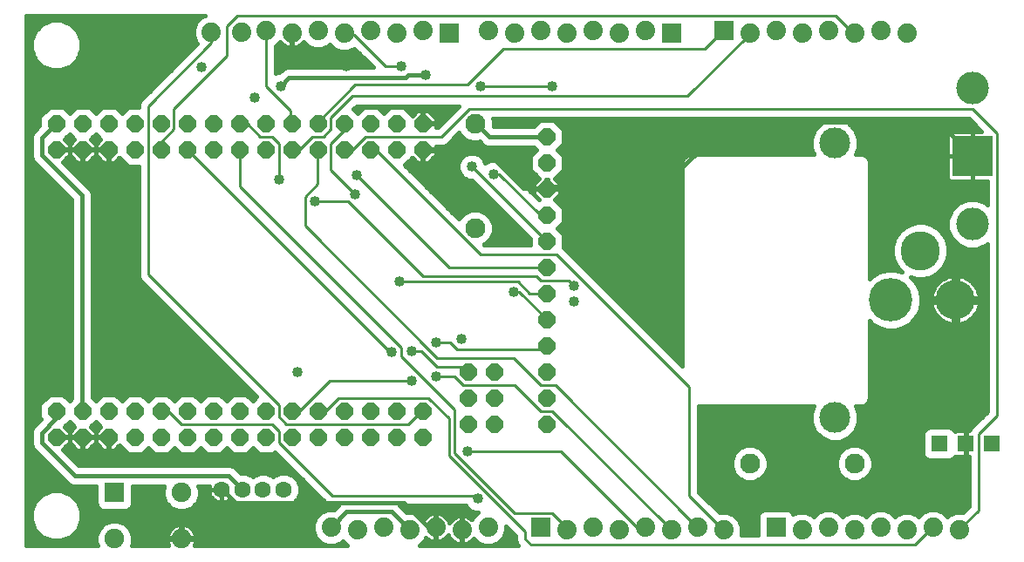
<source format=gbl>
G75*
%MOIN*%
%OFA0B0*%
%FSLAX25Y25*%
%IPPOS*%
%LPD*%
%AMOC8*
5,1,8,0,0,1.08239X$1,22.5*
%
%ADD10R,0.07400X0.07400*%
%ADD11C,0.07400*%
%ADD12OC8,0.06400*%
%ADD13C,0.11811*%
%ADD14C,0.06299*%
%ADD15R,0.15600X0.15600*%
%ADD16C,0.12500*%
%ADD17R,0.07500X0.07500*%
%ADD18C,0.07500*%
%ADD19C,0.16598*%
%ADD20C,0.15024*%
%ADD21R,0.06337X0.06337*%
%ADD22C,0.07600*%
%ADD23C,0.01500*%
%ADD24C,0.04000*%
%ADD25C,0.01600*%
%ADD26C,0.01000*%
D10*
X0292595Y0032300D03*
X0382595Y0032300D03*
X0342595Y0221300D03*
X0362595Y0222300D03*
X0257595Y0221300D03*
D11*
X0247595Y0222300D03*
X0237595Y0221300D03*
X0227595Y0222300D03*
X0217595Y0221300D03*
X0207595Y0222300D03*
X0197595Y0221300D03*
X0187595Y0222300D03*
X0178295Y0221800D03*
X0166895Y0221800D03*
X0272595Y0222300D03*
X0282595Y0221300D03*
X0292595Y0222300D03*
X0302595Y0221300D03*
X0312595Y0222300D03*
X0322595Y0221300D03*
X0332595Y0222300D03*
X0372595Y0221300D03*
X0382595Y0222300D03*
X0392595Y0221300D03*
X0402595Y0222300D03*
X0412595Y0221300D03*
X0422595Y0222300D03*
X0432595Y0221300D03*
X0422595Y0032300D03*
X0412595Y0031300D03*
X0402595Y0032300D03*
X0392595Y0031300D03*
X0362595Y0031300D03*
X0352595Y0032300D03*
X0342595Y0031300D03*
X0332595Y0032300D03*
X0322595Y0031300D03*
X0312595Y0032300D03*
X0302595Y0031300D03*
X0272595Y0032300D03*
X0262595Y0031300D03*
X0252595Y0032300D03*
X0242595Y0031300D03*
X0232595Y0032300D03*
X0222595Y0031300D03*
X0212595Y0032300D03*
X0432595Y0031300D03*
X0442595Y0032300D03*
X0452595Y0031300D03*
D12*
X0295095Y0071800D03*
X0295095Y0081800D03*
X0295095Y0091800D03*
X0295095Y0101800D03*
X0295095Y0111800D03*
X0295095Y0121800D03*
X0295095Y0131800D03*
X0295095Y0141800D03*
X0295095Y0151800D03*
X0295095Y0161800D03*
X0295095Y0171800D03*
X0295095Y0181800D03*
X0247595Y0176800D03*
X0237595Y0176800D03*
X0227595Y0176800D03*
X0217595Y0176800D03*
X0207595Y0176800D03*
X0197595Y0176800D03*
X0187595Y0176800D03*
X0177595Y0176800D03*
X0167595Y0176800D03*
X0157595Y0176800D03*
X0147595Y0176800D03*
X0137595Y0176800D03*
X0127595Y0176800D03*
X0117595Y0176800D03*
X0107595Y0176800D03*
X0107595Y0186800D03*
X0117595Y0186800D03*
X0127595Y0186800D03*
X0137595Y0186800D03*
X0147595Y0186800D03*
X0157595Y0186800D03*
X0167595Y0186800D03*
X0177595Y0186800D03*
X0187595Y0186800D03*
X0197595Y0186800D03*
X0207595Y0186800D03*
X0217595Y0186800D03*
X0227595Y0186800D03*
X0237595Y0186800D03*
X0247595Y0186800D03*
X0265095Y0091800D03*
X0275095Y0091800D03*
X0275095Y0081800D03*
X0265095Y0081800D03*
X0265095Y0071800D03*
X0275095Y0071800D03*
X0247595Y0066800D03*
X0237595Y0066800D03*
X0227595Y0066800D03*
X0217595Y0066800D03*
X0207595Y0066800D03*
X0197595Y0066800D03*
X0187595Y0066800D03*
X0177595Y0066800D03*
X0167595Y0066800D03*
X0157595Y0066800D03*
X0147595Y0066800D03*
X0137595Y0066800D03*
X0127595Y0066800D03*
X0117595Y0066800D03*
X0107595Y0066800D03*
X0107595Y0076800D03*
X0117595Y0076800D03*
X0127595Y0076800D03*
X0137595Y0076800D03*
X0147595Y0076800D03*
X0157595Y0076800D03*
X0167595Y0076800D03*
X0177595Y0076800D03*
X0187595Y0076800D03*
X0197595Y0076800D03*
X0207595Y0076800D03*
X0217595Y0076800D03*
X0227595Y0076800D03*
X0237595Y0076800D03*
X0247595Y0076800D03*
D13*
X0405095Y0074300D03*
X0405095Y0179300D03*
D14*
X0194406Y0046800D03*
X0186532Y0046800D03*
X0178658Y0046800D03*
X0170784Y0046800D03*
D15*
X0457595Y0174300D03*
D16*
X0457595Y0200300D03*
X0457595Y0148300D03*
D17*
X0129800Y0045658D03*
D18*
X0129800Y0027942D03*
X0155390Y0027942D03*
X0155390Y0045658D03*
D19*
X0426552Y0119300D03*
D20*
X0451158Y0119300D03*
X0437772Y0138198D03*
D21*
X0445095Y0064300D03*
X0455095Y0064300D03*
X0465095Y0064300D03*
D22*
X0412595Y0056800D03*
X0372595Y0056800D03*
X0267595Y0146800D03*
X0267595Y0186800D03*
D23*
X0268045Y0186800D01*
X0272995Y0181850D01*
X0294995Y0181850D01*
X0295095Y0181800D01*
X0286195Y0162050D02*
X0271895Y0176350D01*
X0247695Y0176350D01*
X0247595Y0176800D01*
X0286195Y0162050D02*
X0294995Y0162050D01*
X0295095Y0161800D01*
X0295545Y0162600D01*
X0339545Y0162600D01*
X0364295Y0187350D01*
X0444595Y0187350D01*
X0457245Y0174700D01*
X0457595Y0174300D01*
X0248795Y0205500D02*
X0242195Y0205500D01*
X0241095Y0204400D01*
X0196545Y0204400D01*
X0193245Y0201100D01*
X0117345Y0159300D02*
X0101945Y0174700D01*
X0101945Y0181300D01*
X0107445Y0186800D01*
X0107595Y0186800D01*
X0117345Y0159300D02*
X0117345Y0076800D01*
X0117595Y0076800D01*
X0107595Y0076800D02*
X0107445Y0076800D01*
X0107445Y0074050D01*
X0101945Y0068550D01*
X0101945Y0064700D01*
X0114595Y0052050D01*
X0173445Y0052050D01*
X0178395Y0047100D01*
X0178658Y0046800D01*
X0176195Y0041600D02*
X0171245Y0046550D01*
X0170784Y0046800D01*
X0176195Y0041600D02*
X0240545Y0041600D01*
X0249345Y0032800D01*
X0252095Y0032800D01*
X0252595Y0032300D01*
X0242595Y0031300D02*
X0235595Y0038300D01*
X0218545Y0038300D01*
X0213045Y0032800D01*
X0212595Y0032300D01*
D24*
X0268595Y0043250D03*
X0264745Y0061400D03*
X0252645Y0090000D03*
X0243295Y0088350D03*
X0243295Y0099900D03*
X0235595Y0099350D03*
X0252645Y0103200D03*
X0262545Y0104300D03*
X0282345Y0122450D03*
X0305445Y0124650D03*
X0305445Y0118600D03*
X0238895Y0126300D03*
X0206445Y0157100D03*
X0221845Y0159850D03*
X0222395Y0167000D03*
X0192695Y0165350D03*
X0183345Y0196700D03*
X0193245Y0201100D03*
X0218545Y0208800D03*
X0239445Y0208800D03*
X0248795Y0205500D03*
X0269695Y0201100D03*
X0297195Y0201100D03*
X0274645Y0167550D03*
X0266395Y0170300D03*
X0162995Y0208250D03*
X0199845Y0091650D03*
D25*
X0096195Y0025400D02*
X0096195Y0228200D01*
X0164316Y0228200D01*
X0162987Y0227650D01*
X0161046Y0225709D01*
X0159995Y0223172D01*
X0159995Y0220427D01*
X0161046Y0217891D01*
X0161475Y0217462D01*
X0140549Y0196537D01*
X0139508Y0195496D01*
X0138945Y0194136D01*
X0138945Y0193200D01*
X0134944Y0193200D01*
X0132595Y0190851D01*
X0130246Y0193200D01*
X0124944Y0193200D01*
X0122595Y0190851D01*
X0120246Y0193200D01*
X0114944Y0193200D01*
X0112595Y0190851D01*
X0110246Y0193200D01*
X0104944Y0193200D01*
X0101195Y0189451D01*
X0101195Y0186136D01*
X0098596Y0183537D01*
X0097995Y0182086D01*
X0097995Y0173914D01*
X0098596Y0172463D01*
X0099708Y0171351D01*
X0113395Y0157664D01*
X0113395Y0081651D01*
X0112595Y0080851D01*
X0110246Y0083200D01*
X0104944Y0083200D01*
X0101195Y0079451D01*
X0101195Y0074149D01*
X0101577Y0073768D01*
X0099708Y0071899D01*
X0098596Y0070787D01*
X0097995Y0069336D01*
X0097995Y0063914D01*
X0098596Y0062462D01*
X0111246Y0049812D01*
X0112358Y0048701D01*
X0113809Y0048100D01*
X0122850Y0048100D01*
X0122850Y0041272D01*
X0123337Y0040096D01*
X0124237Y0039195D01*
X0125413Y0038708D01*
X0134186Y0038708D01*
X0135363Y0039195D01*
X0136263Y0040096D01*
X0136750Y0041272D01*
X0136750Y0048100D01*
X0148879Y0048100D01*
X0148440Y0047041D01*
X0148440Y0044276D01*
X0149498Y0041721D01*
X0151454Y0039766D01*
X0154008Y0038708D01*
X0156773Y0038708D01*
X0159327Y0039766D01*
X0161282Y0041721D01*
X0162340Y0044276D01*
X0162340Y0047041D01*
X0161902Y0048100D01*
X0166002Y0048100D01*
X0165956Y0047959D01*
X0165835Y0047190D01*
X0165835Y0046800D01*
X0165835Y0046410D01*
X0165956Y0045641D01*
X0166197Y0044900D01*
X0166551Y0044206D01*
X0167009Y0043576D01*
X0167560Y0043025D01*
X0168190Y0042567D01*
X0168884Y0042213D01*
X0169625Y0041972D01*
X0170395Y0041850D01*
X0170784Y0041850D01*
X0170784Y0046800D01*
X0170784Y0046800D01*
X0165835Y0046800D01*
X0170784Y0046800D01*
X0170784Y0046800D01*
X0170784Y0041850D01*
X0171174Y0041850D01*
X0171943Y0041972D01*
X0172684Y0042213D01*
X0173378Y0042567D01*
X0173687Y0042791D01*
X0175061Y0041417D01*
X0177395Y0040450D01*
X0179921Y0040450D01*
X0182255Y0041417D01*
X0182595Y0041757D01*
X0182935Y0041417D01*
X0185269Y0040450D01*
X0187795Y0040450D01*
X0190129Y0041417D01*
X0190469Y0041757D01*
X0190809Y0041417D01*
X0193143Y0040450D01*
X0195669Y0040450D01*
X0198003Y0041417D01*
X0199789Y0043203D01*
X0200756Y0045537D01*
X0200756Y0048063D01*
X0199789Y0050397D01*
X0198003Y0052183D01*
X0195669Y0053150D01*
X0193143Y0053150D01*
X0190809Y0052183D01*
X0190469Y0051843D01*
X0190129Y0052183D01*
X0187795Y0053150D01*
X0185269Y0053150D01*
X0182935Y0052183D01*
X0182595Y0051843D01*
X0182255Y0052183D01*
X0179921Y0053150D01*
X0177932Y0053150D01*
X0175683Y0055399D01*
X0174231Y0056000D01*
X0116231Y0056000D01*
X0110049Y0062183D01*
X0112595Y0064729D01*
X0112595Y0066600D01*
X0107795Y0066600D01*
X0107795Y0067000D01*
X0112595Y0067000D01*
X0112595Y0068871D01*
X0110656Y0070810D01*
X0112595Y0072749D01*
X0114534Y0070810D01*
X0112595Y0068871D01*
X0112595Y0067000D01*
X0117395Y0067000D01*
X0117395Y0066600D01*
X0112595Y0066600D01*
X0112595Y0064729D01*
X0115524Y0061800D01*
X0117395Y0061800D01*
X0117395Y0066600D01*
X0117795Y0066600D01*
X0117795Y0061800D01*
X0119666Y0061800D01*
X0122595Y0064729D01*
X0122595Y0066600D01*
X0117795Y0066600D01*
X0117795Y0067000D01*
X0122595Y0067000D01*
X0122595Y0068871D01*
X0120656Y0070810D01*
X0122595Y0072749D01*
X0124534Y0070810D01*
X0122595Y0068871D01*
X0122595Y0067000D01*
X0127395Y0067000D01*
X0127395Y0066600D01*
X0122595Y0066600D01*
X0122595Y0064729D01*
X0125524Y0061800D01*
X0127395Y0061800D01*
X0127395Y0066600D01*
X0127795Y0066600D01*
X0127795Y0061800D01*
X0129666Y0061800D01*
X0131605Y0063739D01*
X0134944Y0060400D01*
X0140246Y0060400D01*
X0142595Y0062749D01*
X0144944Y0060400D01*
X0150246Y0060400D01*
X0152595Y0062749D01*
X0154944Y0060400D01*
X0160246Y0060400D01*
X0162595Y0062749D01*
X0164944Y0060400D01*
X0170246Y0060400D01*
X0172595Y0062749D01*
X0174944Y0060400D01*
X0180246Y0060400D01*
X0182595Y0062749D01*
X0184944Y0060400D01*
X0190246Y0060400D01*
X0191004Y0061158D01*
X0210949Y0041213D01*
X0212309Y0040650D01*
X0215309Y0040650D01*
X0213859Y0039200D01*
X0211223Y0039200D01*
X0208687Y0038150D01*
X0206746Y0036209D01*
X0205695Y0033672D01*
X0205695Y0030927D01*
X0206746Y0028391D01*
X0208687Y0026450D01*
X0211223Y0025400D01*
X0213968Y0025400D01*
X0216504Y0026450D01*
X0217095Y0027042D01*
X0218687Y0025450D01*
X0218808Y0025400D01*
X0160324Y0025400D01*
X0160534Y0025811D01*
X0160804Y0026642D01*
X0160940Y0027505D01*
X0160940Y0027617D01*
X0155715Y0027617D01*
X0155715Y0028267D01*
X0155065Y0028267D01*
X0155065Y0027617D01*
X0149840Y0027617D01*
X0149840Y0027505D01*
X0149977Y0026642D01*
X0150247Y0025811D01*
X0150457Y0025400D01*
X0136270Y0025400D01*
X0136750Y0026559D01*
X0136750Y0029324D01*
X0135692Y0031879D01*
X0133737Y0033834D01*
X0131182Y0034892D01*
X0128417Y0034892D01*
X0125863Y0033834D01*
X0123908Y0031879D01*
X0122850Y0029324D01*
X0122850Y0026559D01*
X0123330Y0025400D01*
X0096195Y0025400D01*
X0096195Y0026596D02*
X0122850Y0026596D01*
X0122850Y0028194D02*
X0111641Y0028194D01*
X0112976Y0028747D02*
X0109485Y0027301D01*
X0105706Y0027301D01*
X0102214Y0028747D01*
X0099542Y0031419D01*
X0098096Y0034910D01*
X0098096Y0038690D01*
X0099542Y0042181D01*
X0102214Y0044853D01*
X0105706Y0046299D01*
X0109485Y0046299D01*
X0112976Y0044853D01*
X0115648Y0042181D01*
X0117094Y0038690D01*
X0117094Y0034910D01*
X0115648Y0031419D01*
X0112976Y0028747D01*
X0114022Y0029793D02*
X0123044Y0029793D01*
X0123706Y0031391D02*
X0115620Y0031391D01*
X0116299Y0032990D02*
X0125019Y0032990D01*
X0127684Y0034588D02*
X0116961Y0034588D01*
X0117094Y0036187D02*
X0206737Y0036187D01*
X0206074Y0034588D02*
X0131915Y0034588D01*
X0134581Y0032990D02*
X0153072Y0032990D01*
X0153260Y0033085D02*
X0152482Y0032689D01*
X0151775Y0032175D01*
X0151157Y0031557D01*
X0150644Y0030851D01*
X0150247Y0030072D01*
X0149977Y0029241D01*
X0149840Y0028379D01*
X0149840Y0028267D01*
X0155065Y0028267D01*
X0155065Y0033492D01*
X0154954Y0033492D01*
X0154091Y0033355D01*
X0153260Y0033085D01*
X0155065Y0032990D02*
X0155715Y0032990D01*
X0155715Y0033492D02*
X0155715Y0028267D01*
X0160940Y0028267D01*
X0160940Y0028379D01*
X0160804Y0029241D01*
X0160534Y0030072D01*
X0160137Y0030851D01*
X0159624Y0031557D01*
X0159006Y0032175D01*
X0158299Y0032689D01*
X0157521Y0033085D01*
X0156690Y0033355D01*
X0155827Y0033492D01*
X0155715Y0033492D01*
X0157708Y0032990D02*
X0205695Y0032990D01*
X0205695Y0031391D02*
X0159745Y0031391D01*
X0160625Y0029793D02*
X0206165Y0029793D01*
X0206943Y0028194D02*
X0155715Y0028194D01*
X0155065Y0028194D02*
X0136750Y0028194D01*
X0136750Y0026596D02*
X0149992Y0026596D01*
X0150156Y0029793D02*
X0136556Y0029793D01*
X0135894Y0031391D02*
X0151036Y0031391D01*
X0155065Y0031391D02*
X0155715Y0031391D01*
X0155715Y0029793D02*
X0155065Y0029793D01*
X0160789Y0026596D02*
X0208542Y0026596D01*
X0216649Y0026596D02*
X0217542Y0026596D01*
X0214043Y0039384D02*
X0158403Y0039384D01*
X0160543Y0040982D02*
X0176111Y0040982D01*
X0173898Y0042581D02*
X0173397Y0042581D01*
X0170784Y0042581D02*
X0170784Y0042581D01*
X0170784Y0044179D02*
X0170784Y0044179D01*
X0170784Y0045778D02*
X0170784Y0045778D01*
X0166570Y0044179D02*
X0162300Y0044179D01*
X0162340Y0045778D02*
X0165935Y0045778D01*
X0165864Y0047376D02*
X0162201Y0047376D01*
X0161638Y0042581D02*
X0168171Y0042581D01*
X0181205Y0040982D02*
X0183985Y0040982D01*
X0189079Y0040982D02*
X0191859Y0040982D01*
X0196953Y0040982D02*
X0211507Y0040982D01*
X0209582Y0042581D02*
X0199166Y0042581D01*
X0200193Y0044179D02*
X0207983Y0044179D01*
X0206385Y0045778D02*
X0200756Y0045778D01*
X0200756Y0047376D02*
X0204786Y0047376D01*
X0203188Y0048975D02*
X0200378Y0048975D01*
X0199613Y0050573D02*
X0201589Y0050573D01*
X0199991Y0052172D02*
X0198014Y0052172D01*
X0198392Y0053770D02*
X0177311Y0053770D01*
X0175713Y0055369D02*
X0196794Y0055369D01*
X0195195Y0056967D02*
X0115264Y0056967D01*
X0113666Y0058566D02*
X0193597Y0058566D01*
X0191998Y0060164D02*
X0112067Y0060164D01*
X0110468Y0061763D02*
X0133581Y0061763D01*
X0131983Y0063361D02*
X0131227Y0063361D01*
X0127795Y0063361D02*
X0127395Y0063361D01*
X0127395Y0064960D02*
X0127795Y0064960D01*
X0127795Y0066558D02*
X0127395Y0066558D01*
X0123963Y0063361D02*
X0121227Y0063361D01*
X0122595Y0064960D02*
X0122595Y0064960D01*
X0122595Y0066558D02*
X0122595Y0066558D01*
X0122595Y0068157D02*
X0122595Y0068157D01*
X0121711Y0069755D02*
X0123479Y0069755D01*
X0123990Y0071354D02*
X0121200Y0071354D01*
X0113990Y0071354D02*
X0111200Y0071354D01*
X0111711Y0069755D02*
X0113479Y0069755D01*
X0112595Y0068157D02*
X0112595Y0068157D01*
X0112595Y0066558D02*
X0112595Y0066558D01*
X0112595Y0064960D02*
X0112595Y0064960D01*
X0111227Y0063361D02*
X0113963Y0063361D01*
X0117395Y0063361D02*
X0117795Y0063361D01*
X0117795Y0064960D02*
X0117395Y0064960D01*
X0117395Y0066558D02*
X0117795Y0066558D01*
X0105690Y0055369D02*
X0096195Y0055369D01*
X0096195Y0056967D02*
X0104092Y0056967D01*
X0102493Y0058566D02*
X0096195Y0058566D01*
X0096195Y0060164D02*
X0100895Y0060164D01*
X0099296Y0061763D02*
X0096195Y0061763D01*
X0096195Y0063361D02*
X0098224Y0063361D01*
X0097995Y0064960D02*
X0096195Y0064960D01*
X0096195Y0066558D02*
X0097995Y0066558D01*
X0097995Y0068157D02*
X0096195Y0068157D01*
X0096195Y0069755D02*
X0098169Y0069755D01*
X0099163Y0071354D02*
X0096195Y0071354D01*
X0096195Y0072952D02*
X0100761Y0072952D01*
X0101195Y0074551D02*
X0096195Y0074551D01*
X0096195Y0076149D02*
X0101195Y0076149D01*
X0101195Y0077748D02*
X0096195Y0077748D01*
X0096195Y0079346D02*
X0101195Y0079346D01*
X0102689Y0080945D02*
X0096195Y0080945D01*
X0096195Y0082543D02*
X0104288Y0082543D01*
X0110903Y0082543D02*
X0113395Y0082543D01*
X0113395Y0084142D02*
X0096195Y0084142D01*
X0096195Y0085740D02*
X0113395Y0085740D01*
X0113395Y0087339D02*
X0096195Y0087339D01*
X0096195Y0088937D02*
X0113395Y0088937D01*
X0113395Y0090536D02*
X0096195Y0090536D01*
X0096195Y0092134D02*
X0113395Y0092134D01*
X0113395Y0093733D02*
X0096195Y0093733D01*
X0096195Y0095332D02*
X0113395Y0095332D01*
X0113395Y0096930D02*
X0096195Y0096930D01*
X0096195Y0098529D02*
X0113395Y0098529D01*
X0113395Y0100127D02*
X0096195Y0100127D01*
X0096195Y0101726D02*
X0113395Y0101726D01*
X0113395Y0103324D02*
X0096195Y0103324D01*
X0096195Y0104923D02*
X0113395Y0104923D01*
X0113395Y0106521D02*
X0096195Y0106521D01*
X0096195Y0108120D02*
X0113395Y0108120D01*
X0113395Y0109718D02*
X0096195Y0109718D01*
X0096195Y0111317D02*
X0113395Y0111317D01*
X0113395Y0112915D02*
X0096195Y0112915D01*
X0096195Y0114514D02*
X0113395Y0114514D01*
X0113395Y0116112D02*
X0096195Y0116112D01*
X0096195Y0117711D02*
X0113395Y0117711D01*
X0113395Y0119309D02*
X0096195Y0119309D01*
X0096195Y0120908D02*
X0113395Y0120908D01*
X0113395Y0122506D02*
X0096195Y0122506D01*
X0096195Y0124105D02*
X0113395Y0124105D01*
X0113395Y0125703D02*
X0096195Y0125703D01*
X0096195Y0127302D02*
X0113395Y0127302D01*
X0113395Y0128900D02*
X0096195Y0128900D01*
X0096195Y0130499D02*
X0113395Y0130499D01*
X0113395Y0132097D02*
X0096195Y0132097D01*
X0096195Y0133696D02*
X0113395Y0133696D01*
X0113395Y0135294D02*
X0096195Y0135294D01*
X0096195Y0136893D02*
X0113395Y0136893D01*
X0113395Y0138491D02*
X0096195Y0138491D01*
X0096195Y0140090D02*
X0113395Y0140090D01*
X0113395Y0141688D02*
X0096195Y0141688D01*
X0096195Y0143287D02*
X0113395Y0143287D01*
X0113395Y0144885D02*
X0096195Y0144885D01*
X0096195Y0146484D02*
X0113395Y0146484D01*
X0113395Y0148082D02*
X0096195Y0148082D01*
X0096195Y0149681D02*
X0113395Y0149681D01*
X0113395Y0151279D02*
X0096195Y0151279D01*
X0096195Y0152878D02*
X0113395Y0152878D01*
X0113395Y0154476D02*
X0096195Y0154476D01*
X0096195Y0156075D02*
X0113395Y0156075D01*
X0113386Y0157673D02*
X0096195Y0157673D01*
X0096195Y0159272D02*
X0111787Y0159272D01*
X0110189Y0160870D02*
X0096195Y0160870D01*
X0096195Y0162469D02*
X0108590Y0162469D01*
X0106991Y0164068D02*
X0096195Y0164068D01*
X0096195Y0165666D02*
X0105393Y0165666D01*
X0103794Y0167265D02*
X0096195Y0167265D01*
X0096195Y0168863D02*
X0102196Y0168863D01*
X0100597Y0170462D02*
X0096195Y0170462D01*
X0096195Y0172060D02*
X0098999Y0172060D01*
X0099708Y0171351D02*
X0099708Y0171351D01*
X0098101Y0173659D02*
X0096195Y0173659D01*
X0096195Y0175257D02*
X0097995Y0175257D01*
X0097995Y0176856D02*
X0096195Y0176856D01*
X0096195Y0178454D02*
X0097995Y0178454D01*
X0097995Y0180053D02*
X0096195Y0180053D01*
X0096195Y0181651D02*
X0097995Y0181651D01*
X0098477Y0183250D02*
X0096195Y0183250D01*
X0096195Y0184848D02*
X0099907Y0184848D01*
X0101195Y0186447D02*
X0096195Y0186447D01*
X0096195Y0188045D02*
X0101195Y0188045D01*
X0101388Y0189644D02*
X0096195Y0189644D01*
X0096195Y0191242D02*
X0102986Y0191242D01*
X0104585Y0192841D02*
X0096195Y0192841D01*
X0096195Y0194439D02*
X0139071Y0194439D01*
X0140050Y0196038D02*
X0096195Y0196038D01*
X0096195Y0197636D02*
X0141649Y0197636D01*
X0140549Y0196537D02*
X0140549Y0196537D01*
X0143247Y0199235D02*
X0096195Y0199235D01*
X0096195Y0200833D02*
X0144846Y0200833D01*
X0146444Y0202432D02*
X0096195Y0202432D01*
X0096195Y0204030D02*
X0148043Y0204030D01*
X0149641Y0205629D02*
X0096195Y0205629D01*
X0096195Y0207227D02*
X0151240Y0207227D01*
X0152838Y0208826D02*
X0113055Y0208826D01*
X0112976Y0208747D02*
X0115648Y0211419D01*
X0117094Y0214910D01*
X0117094Y0218690D01*
X0115648Y0222181D01*
X0112976Y0224853D01*
X0109485Y0226299D01*
X0105706Y0226299D01*
X0102214Y0224853D01*
X0099542Y0222181D01*
X0098096Y0218690D01*
X0098096Y0214910D01*
X0099542Y0211419D01*
X0102214Y0208747D01*
X0105706Y0207301D01*
X0109485Y0207301D01*
X0112976Y0208747D01*
X0114653Y0210424D02*
X0154437Y0210424D01*
X0156035Y0212023D02*
X0115898Y0212023D01*
X0116560Y0213621D02*
X0157634Y0213621D01*
X0159232Y0215220D02*
X0117094Y0215220D01*
X0117094Y0216818D02*
X0160831Y0216818D01*
X0160828Y0218417D02*
X0117094Y0218417D01*
X0116545Y0220015D02*
X0160166Y0220015D01*
X0159995Y0221614D02*
X0115883Y0221614D01*
X0114617Y0223212D02*
X0160012Y0223212D01*
X0160674Y0224811D02*
X0113018Y0224811D01*
X0102172Y0224811D02*
X0096195Y0224811D01*
X0096195Y0226409D02*
X0161747Y0226409D01*
X0163852Y0228008D02*
X0096195Y0228008D01*
X0096195Y0223212D02*
X0100574Y0223212D01*
X0099307Y0221614D02*
X0096195Y0221614D01*
X0096195Y0220015D02*
X0098645Y0220015D01*
X0098096Y0218417D02*
X0096195Y0218417D01*
X0096195Y0216818D02*
X0098096Y0216818D01*
X0098096Y0215220D02*
X0096195Y0215220D01*
X0096195Y0213621D02*
X0098630Y0213621D01*
X0099292Y0212023D02*
X0096195Y0212023D01*
X0096195Y0210424D02*
X0100537Y0210424D01*
X0102135Y0208826D02*
X0096195Y0208826D01*
X0110605Y0192841D02*
X0114585Y0192841D01*
X0112986Y0191242D02*
X0112204Y0191242D01*
X0112595Y0182749D02*
X0114534Y0180810D01*
X0112595Y0178871D01*
X0110656Y0180810D01*
X0112595Y0182749D01*
X0111497Y0181651D02*
X0113693Y0181651D01*
X0113777Y0180053D02*
X0111414Y0180053D01*
X0112595Y0178871D02*
X0112595Y0177000D01*
X0107795Y0177000D01*
X0107795Y0176600D01*
X0112595Y0176600D01*
X0112595Y0174729D01*
X0110049Y0172183D01*
X0120694Y0161537D01*
X0121295Y0160086D01*
X0121295Y0082151D01*
X0122595Y0080851D01*
X0124944Y0083200D01*
X0130246Y0083200D01*
X0132595Y0080851D01*
X0134944Y0083200D01*
X0140246Y0083200D01*
X0142595Y0080851D01*
X0144944Y0083200D01*
X0150246Y0083200D01*
X0152595Y0080851D01*
X0154944Y0083200D01*
X0160246Y0083200D01*
X0162595Y0080851D01*
X0164944Y0083200D01*
X0170246Y0083200D01*
X0172595Y0080851D01*
X0174944Y0083200D01*
X0180246Y0083200D01*
X0182595Y0080851D01*
X0184103Y0082359D01*
X0139508Y0126954D01*
X0138945Y0128314D01*
X0138945Y0170400D01*
X0134944Y0170400D01*
X0131605Y0173739D01*
X0129666Y0171800D01*
X0127795Y0171800D01*
X0127795Y0176600D01*
X0127395Y0176600D01*
X0122595Y0176600D01*
X0117795Y0176600D01*
X0117795Y0171800D01*
X0119666Y0171800D01*
X0122595Y0174729D01*
X0122595Y0176600D01*
X0122595Y0174729D01*
X0125524Y0171800D01*
X0127395Y0171800D01*
X0127395Y0176600D01*
X0127395Y0177000D01*
X0122595Y0177000D01*
X0122595Y0178871D01*
X0120656Y0180810D01*
X0122595Y0182749D01*
X0124534Y0180810D01*
X0122595Y0178871D01*
X0122595Y0177000D01*
X0117795Y0177000D01*
X0117795Y0176600D01*
X0117395Y0176600D01*
X0112595Y0176600D01*
X0112595Y0174729D01*
X0115524Y0171800D01*
X0117395Y0171800D01*
X0117395Y0176600D01*
X0117395Y0177000D01*
X0112595Y0177000D01*
X0112595Y0178871D01*
X0112595Y0178454D02*
X0112595Y0178454D01*
X0112595Y0175257D02*
X0112595Y0175257D01*
X0111525Y0173659D02*
X0113666Y0173659D01*
X0115264Y0172060D02*
X0110171Y0172060D01*
X0111770Y0170462D02*
X0134883Y0170462D01*
X0133284Y0172060D02*
X0129926Y0172060D01*
X0127795Y0172060D02*
X0127395Y0172060D01*
X0127395Y0173659D02*
X0127795Y0173659D01*
X0127795Y0175257D02*
X0127395Y0175257D01*
X0127395Y0176856D02*
X0117795Y0176856D01*
X0117395Y0176856D02*
X0107795Y0176856D01*
X0117395Y0175257D02*
X0117795Y0175257D01*
X0117795Y0173659D02*
X0117395Y0173659D01*
X0117395Y0172060D02*
X0117795Y0172060D01*
X0119926Y0172060D02*
X0125264Y0172060D01*
X0123666Y0173659D02*
X0121525Y0173659D01*
X0122595Y0175257D02*
X0122595Y0175257D01*
X0122595Y0178454D02*
X0122595Y0178454D01*
X0121414Y0180053D02*
X0123777Y0180053D01*
X0123693Y0181651D02*
X0121497Y0181651D01*
X0131525Y0173659D02*
X0131686Y0173659D01*
X0138945Y0168863D02*
X0113368Y0168863D01*
X0114967Y0167265D02*
X0138945Y0167265D01*
X0138945Y0165666D02*
X0116565Y0165666D01*
X0118164Y0164068D02*
X0138945Y0164068D01*
X0138945Y0162469D02*
X0119762Y0162469D01*
X0120970Y0160870D02*
X0138945Y0160870D01*
X0138945Y0159272D02*
X0121295Y0159272D01*
X0121295Y0157673D02*
X0138945Y0157673D01*
X0138945Y0156075D02*
X0121295Y0156075D01*
X0121295Y0154476D02*
X0138945Y0154476D01*
X0138945Y0152878D02*
X0121295Y0152878D01*
X0121295Y0151279D02*
X0138945Y0151279D01*
X0138945Y0149681D02*
X0121295Y0149681D01*
X0121295Y0148082D02*
X0138945Y0148082D01*
X0138945Y0146484D02*
X0121295Y0146484D01*
X0121295Y0144885D02*
X0138945Y0144885D01*
X0138945Y0143287D02*
X0121295Y0143287D01*
X0121295Y0141688D02*
X0138945Y0141688D01*
X0138945Y0140090D02*
X0121295Y0140090D01*
X0121295Y0138491D02*
X0138945Y0138491D01*
X0138945Y0136893D02*
X0121295Y0136893D01*
X0121295Y0135294D02*
X0138945Y0135294D01*
X0138945Y0133696D02*
X0121295Y0133696D01*
X0121295Y0132097D02*
X0138945Y0132097D01*
X0138945Y0130499D02*
X0121295Y0130499D01*
X0121295Y0128900D02*
X0138945Y0128900D01*
X0139364Y0127302D02*
X0121295Y0127302D01*
X0121295Y0125703D02*
X0140759Y0125703D01*
X0142358Y0124105D02*
X0121295Y0124105D01*
X0121295Y0122506D02*
X0143956Y0122506D01*
X0145555Y0120908D02*
X0121295Y0120908D01*
X0121295Y0119309D02*
X0147153Y0119309D01*
X0148752Y0117711D02*
X0121295Y0117711D01*
X0121295Y0116112D02*
X0150350Y0116112D01*
X0151949Y0114514D02*
X0121295Y0114514D01*
X0121295Y0112915D02*
X0153547Y0112915D01*
X0155146Y0111317D02*
X0121295Y0111317D01*
X0121295Y0109718D02*
X0156744Y0109718D01*
X0158343Y0108120D02*
X0121295Y0108120D01*
X0121295Y0106521D02*
X0159941Y0106521D01*
X0161540Y0104923D02*
X0121295Y0104923D01*
X0121295Y0103324D02*
X0163138Y0103324D01*
X0164737Y0101726D02*
X0121295Y0101726D01*
X0121295Y0100127D02*
X0166335Y0100127D01*
X0167934Y0098529D02*
X0121295Y0098529D01*
X0121295Y0096930D02*
X0169533Y0096930D01*
X0171131Y0095332D02*
X0121295Y0095332D01*
X0121295Y0093733D02*
X0172730Y0093733D01*
X0174328Y0092134D02*
X0121295Y0092134D01*
X0121295Y0090536D02*
X0175927Y0090536D01*
X0177525Y0088937D02*
X0121295Y0088937D01*
X0121295Y0087339D02*
X0179124Y0087339D01*
X0180722Y0085740D02*
X0121295Y0085740D01*
X0121295Y0084142D02*
X0182321Y0084142D01*
X0180903Y0082543D02*
X0183919Y0082543D01*
X0182689Y0080945D02*
X0182501Y0080945D01*
X0174288Y0082543D02*
X0170903Y0082543D01*
X0172501Y0080945D02*
X0172689Y0080945D01*
X0164288Y0082543D02*
X0160903Y0082543D01*
X0162501Y0080945D02*
X0162689Y0080945D01*
X0154288Y0082543D02*
X0150903Y0082543D01*
X0152501Y0080945D02*
X0152689Y0080945D01*
X0144288Y0082543D02*
X0140903Y0082543D01*
X0142501Y0080945D02*
X0142689Y0080945D01*
X0134288Y0082543D02*
X0130903Y0082543D01*
X0132501Y0080945D02*
X0132689Y0080945D01*
X0124288Y0082543D02*
X0121295Y0082543D01*
X0122501Y0080945D02*
X0122689Y0080945D01*
X0112689Y0080945D02*
X0112501Y0080945D01*
X0141609Y0061763D02*
X0143581Y0061763D01*
X0151609Y0061763D02*
X0153581Y0061763D01*
X0161609Y0061763D02*
X0163581Y0061763D01*
X0171609Y0061763D02*
X0173581Y0061763D01*
X0181609Y0061763D02*
X0183581Y0061763D01*
X0182924Y0052172D02*
X0182266Y0052172D01*
X0190140Y0052172D02*
X0190798Y0052172D01*
X0208322Y0037785D02*
X0117094Y0037785D01*
X0116807Y0039384D02*
X0124049Y0039384D01*
X0122970Y0040982D02*
X0116145Y0040982D01*
X0115248Y0042581D02*
X0122850Y0042581D01*
X0122850Y0044179D02*
X0113650Y0044179D01*
X0110744Y0045778D02*
X0122850Y0045778D01*
X0122850Y0047376D02*
X0096195Y0047376D01*
X0096195Y0045778D02*
X0104447Y0045778D01*
X0101540Y0044179D02*
X0096195Y0044179D01*
X0096195Y0042581D02*
X0099942Y0042581D01*
X0099046Y0040982D02*
X0096195Y0040982D01*
X0096195Y0039384D02*
X0098383Y0039384D01*
X0098096Y0037785D02*
X0096195Y0037785D01*
X0096195Y0036187D02*
X0098096Y0036187D01*
X0098229Y0034588D02*
X0096195Y0034588D01*
X0096195Y0032990D02*
X0098892Y0032990D01*
X0099570Y0031391D02*
X0096195Y0031391D01*
X0096195Y0029793D02*
X0101169Y0029793D01*
X0103549Y0028194D02*
X0096195Y0028194D01*
X0096195Y0048975D02*
X0112084Y0048975D01*
X0110486Y0050573D02*
X0096195Y0050573D01*
X0096195Y0052172D02*
X0108887Y0052172D01*
X0107289Y0053770D02*
X0096195Y0053770D01*
X0136750Y0047376D02*
X0148579Y0047376D01*
X0148440Y0045778D02*
X0136750Y0045778D01*
X0136750Y0044179D02*
X0148480Y0044179D01*
X0149143Y0042581D02*
X0136750Y0042581D01*
X0136630Y0040982D02*
X0150238Y0040982D01*
X0152377Y0039384D02*
X0135551Y0039384D01*
X0238831Y0040650D02*
X0264044Y0040650D01*
X0264187Y0040304D01*
X0265650Y0038842D01*
X0267561Y0038050D01*
X0268587Y0038050D01*
X0266746Y0036209D01*
X0266370Y0035303D01*
X0266178Y0035495D01*
X0265478Y0036004D01*
X0264706Y0036397D01*
X0263883Y0036665D01*
X0263028Y0036800D01*
X0262795Y0036800D01*
X0262795Y0031500D01*
X0262395Y0031500D01*
X0262395Y0036800D01*
X0262162Y0036800D01*
X0261307Y0036665D01*
X0260484Y0036397D01*
X0259712Y0036004D01*
X0259012Y0035495D01*
X0258400Y0034883D01*
X0257891Y0034183D01*
X0257815Y0034033D01*
X0257692Y0034411D01*
X0257299Y0035183D01*
X0256790Y0035883D01*
X0256178Y0036495D01*
X0255478Y0037004D01*
X0254706Y0037397D01*
X0253883Y0037665D01*
X0253028Y0037800D01*
X0252795Y0037800D01*
X0252795Y0032500D01*
X0252395Y0032500D01*
X0252395Y0037800D01*
X0252162Y0037800D01*
X0251307Y0037665D01*
X0250484Y0037397D01*
X0249712Y0037004D01*
X0249012Y0036495D01*
X0248400Y0035883D01*
X0248135Y0035518D01*
X0246504Y0037150D01*
X0243968Y0038200D01*
X0241281Y0038200D01*
X0238944Y0040537D01*
X0238831Y0040650D01*
X0240098Y0039384D02*
X0265108Y0039384D01*
X0265119Y0036187D02*
X0266737Y0036187D01*
X0268322Y0037785D02*
X0253122Y0037785D01*
X0252795Y0037785D02*
X0252395Y0037785D01*
X0252068Y0037785D02*
X0244969Y0037785D01*
X0247467Y0036187D02*
X0248704Y0036187D01*
X0252395Y0036187D02*
X0252795Y0036187D01*
X0252795Y0034588D02*
X0252395Y0034588D01*
X0252395Y0032990D02*
X0252795Y0032990D01*
X0252795Y0032100D02*
X0252795Y0026800D01*
X0253028Y0026800D01*
X0253883Y0026935D01*
X0254706Y0027203D01*
X0255478Y0027596D01*
X0256178Y0028105D01*
X0256790Y0028717D01*
X0257299Y0029417D01*
X0257375Y0029567D01*
X0257498Y0029189D01*
X0257891Y0028417D01*
X0258400Y0027717D01*
X0259012Y0027105D01*
X0259712Y0026596D01*
X0260484Y0026203D01*
X0261307Y0025935D01*
X0262162Y0025800D01*
X0262395Y0025800D01*
X0262395Y0031100D01*
X0262795Y0031100D01*
X0262795Y0025800D01*
X0263028Y0025800D01*
X0263883Y0025935D01*
X0264706Y0026203D01*
X0265478Y0026596D01*
X0266178Y0027105D01*
X0266790Y0027717D01*
X0267055Y0028082D01*
X0268687Y0026450D01*
X0271223Y0025400D01*
X0273968Y0025400D01*
X0276504Y0026450D01*
X0278445Y0028391D01*
X0279495Y0030927D01*
X0279495Y0032617D01*
X0283045Y0029067D01*
X0283045Y0027114D01*
X0283608Y0025754D01*
X0283963Y0025400D01*
X0246382Y0025400D01*
X0246504Y0025450D01*
X0248445Y0027391D01*
X0248820Y0028297D01*
X0249012Y0028105D01*
X0249712Y0027596D01*
X0250484Y0027203D01*
X0251307Y0026935D01*
X0252162Y0026800D01*
X0252395Y0026800D01*
X0252395Y0032100D01*
X0252795Y0032100D01*
X0252795Y0031391D02*
X0252395Y0031391D01*
X0252395Y0029793D02*
X0252795Y0029793D01*
X0252795Y0028194D02*
X0252395Y0028194D01*
X0248923Y0028194D02*
X0248777Y0028194D01*
X0247649Y0026596D02*
X0259713Y0026596D01*
X0258053Y0028194D02*
X0256267Y0028194D01*
X0262395Y0028194D02*
X0262795Y0028194D01*
X0262795Y0026596D02*
X0262395Y0026596D01*
X0265477Y0026596D02*
X0268542Y0026596D01*
X0262795Y0029793D02*
X0262395Y0029793D01*
X0262395Y0032990D02*
X0262795Y0032990D01*
X0262795Y0034588D02*
X0262395Y0034588D01*
X0262395Y0036187D02*
X0262795Y0036187D01*
X0260071Y0036187D02*
X0256487Y0036187D01*
X0257602Y0034588D02*
X0258186Y0034588D01*
X0276649Y0026596D02*
X0283260Y0026596D01*
X0283045Y0028194D02*
X0278247Y0028194D01*
X0279025Y0029793D02*
X0282320Y0029793D01*
X0280721Y0031391D02*
X0279495Y0031391D01*
X0353145Y0045883D02*
X0353145Y0078600D01*
X0397021Y0078600D01*
X0395990Y0076111D01*
X0395990Y0072489D01*
X0397376Y0069142D01*
X0399937Y0066581D01*
X0403284Y0065194D01*
X0406906Y0065194D01*
X0410253Y0066581D01*
X0412814Y0069142D01*
X0414201Y0072489D01*
X0414201Y0076111D01*
X0413170Y0078600D01*
X0415732Y0078600D01*
X0416908Y0079087D01*
X0417808Y0079987D01*
X0418295Y0081163D01*
X0418295Y0111294D01*
X0419491Y0110098D01*
X0422113Y0108584D01*
X0425038Y0107801D01*
X0428066Y0107801D01*
X0430990Y0108584D01*
X0433613Y0110098D01*
X0435753Y0112239D01*
X0437267Y0114861D01*
X0438051Y0117786D01*
X0438051Y0120814D01*
X0437267Y0123739D01*
X0435753Y0126361D01*
X0433994Y0128120D01*
X0436362Y0127486D01*
X0439183Y0127486D01*
X0441907Y0128216D01*
X0444350Y0129626D01*
X0446344Y0131620D01*
X0447754Y0134063D01*
X0448484Y0136787D01*
X0448484Y0139608D01*
X0447754Y0142332D01*
X0446344Y0144775D01*
X0444350Y0146769D01*
X0441907Y0148179D01*
X0439183Y0148909D01*
X0436362Y0148909D01*
X0433638Y0148179D01*
X0431195Y0146769D01*
X0429201Y0144775D01*
X0427790Y0142332D01*
X0427060Y0139608D01*
X0427060Y0136787D01*
X0427790Y0134063D01*
X0429201Y0131620D01*
X0430738Y0130083D01*
X0428066Y0130799D01*
X0425038Y0130799D01*
X0422113Y0130016D01*
X0419491Y0128502D01*
X0418295Y0127306D01*
X0418295Y0172437D01*
X0417808Y0173613D01*
X0416908Y0174513D01*
X0415732Y0175000D01*
X0413170Y0175000D01*
X0414201Y0177489D01*
X0414201Y0181111D01*
X0412814Y0184458D01*
X0410253Y0187019D01*
X0406906Y0188405D01*
X0403284Y0188405D01*
X0399937Y0187019D01*
X0397376Y0184458D01*
X0395990Y0181111D01*
X0395990Y0177489D01*
X0397021Y0175000D01*
X0349459Y0175000D01*
X0348282Y0174513D01*
X0347382Y0173613D01*
X0346895Y0172437D01*
X0346895Y0093933D01*
X0301495Y0139333D01*
X0301495Y0144451D01*
X0299146Y0146800D01*
X0301495Y0149149D01*
X0301495Y0154451D01*
X0298156Y0157790D01*
X0300095Y0159729D01*
X0300095Y0161600D01*
X0295295Y0161600D01*
X0295295Y0162000D01*
X0295295Y0165400D01*
X0294895Y0165400D01*
X0294895Y0162000D01*
X0294895Y0161600D01*
X0290095Y0161600D01*
X0290095Y0159729D01*
X0292034Y0157790D01*
X0291936Y0157692D01*
X0278941Y0170687D01*
X0278807Y0170742D01*
X0277591Y0171958D01*
X0275679Y0172750D01*
X0273611Y0172750D01*
X0271700Y0171958D01*
X0271443Y0171702D01*
X0270803Y0173246D01*
X0269341Y0174708D01*
X0267429Y0175500D01*
X0265361Y0175500D01*
X0263450Y0174708D01*
X0261987Y0173246D01*
X0261195Y0171334D01*
X0261195Y0169266D01*
X0261987Y0167354D01*
X0263450Y0165892D01*
X0265361Y0165100D01*
X0266363Y0165100D01*
X0288695Y0142767D01*
X0288695Y0140450D01*
X0271228Y0140450D01*
X0271031Y0140647D01*
X0271560Y0140866D01*
X0273529Y0142835D01*
X0274595Y0145408D01*
X0274595Y0148192D01*
X0273529Y0150765D01*
X0271560Y0152734D01*
X0268988Y0153800D01*
X0266203Y0153800D01*
X0263630Y0152734D01*
X0261661Y0150765D01*
X0261442Y0150236D01*
X0240762Y0170916D01*
X0243585Y0173739D01*
X0245524Y0171800D01*
X0247395Y0171800D01*
X0247395Y0176600D01*
X0247795Y0176600D01*
X0247795Y0171800D01*
X0249666Y0171800D01*
X0252595Y0174729D01*
X0252595Y0176600D01*
X0247795Y0176600D01*
X0247795Y0177000D01*
X0252595Y0177000D01*
X0252595Y0178150D01*
X0255581Y0178150D01*
X0256941Y0178713D01*
X0261486Y0183258D01*
X0261661Y0182835D01*
X0263630Y0180866D01*
X0266203Y0179800D01*
X0268988Y0179800D01*
X0269321Y0179938D01*
X0270758Y0178501D01*
X0272209Y0177900D01*
X0289944Y0177900D01*
X0291044Y0176800D01*
X0288695Y0174451D01*
X0288695Y0169149D01*
X0292034Y0165810D01*
X0290095Y0163871D01*
X0290095Y0162000D01*
X0294895Y0162000D01*
X0295295Y0162000D01*
X0300095Y0162000D01*
X0300095Y0163871D01*
X0298156Y0165810D01*
X0301495Y0169149D01*
X0301495Y0174451D01*
X0299146Y0176800D01*
X0301495Y0179149D01*
X0301495Y0184451D01*
X0297746Y0188200D01*
X0292444Y0188200D01*
X0290044Y0185800D01*
X0274631Y0185800D01*
X0274595Y0185836D01*
X0274595Y0188192D01*
X0274426Y0188600D01*
X0456263Y0188600D01*
X0460963Y0183900D01*
X0457595Y0183900D01*
X0449558Y0183900D01*
X0449100Y0183777D01*
X0448690Y0183540D01*
X0448355Y0183205D01*
X0448118Y0182795D01*
X0447995Y0182337D01*
X0447995Y0174300D01*
X0447995Y0166263D01*
X0448118Y0165805D01*
X0448355Y0165395D01*
X0448690Y0165060D01*
X0449100Y0164823D01*
X0449558Y0164700D01*
X0457595Y0164700D01*
X0457595Y0174300D01*
X0457595Y0174300D01*
X0447995Y0174300D01*
X0457595Y0174300D01*
X0457595Y0183900D01*
X0457595Y0174300D01*
X0457595Y0174300D01*
X0457595Y0174300D01*
X0457595Y0164700D01*
X0463445Y0164700D01*
X0463445Y0155814D01*
X0462948Y0156311D01*
X0459475Y0157750D01*
X0455715Y0157750D01*
X0452242Y0156311D01*
X0449584Y0153653D01*
X0448145Y0150180D01*
X0448145Y0146420D01*
X0449584Y0142947D01*
X0452242Y0140289D01*
X0455715Y0138850D01*
X0459475Y0138850D01*
X0462948Y0140289D01*
X0463445Y0140786D01*
X0463445Y0076683D01*
X0457899Y0071137D01*
X0456858Y0070096D01*
X0456516Y0069268D01*
X0455279Y0069268D01*
X0455279Y0064484D01*
X0454911Y0064484D01*
X0454911Y0069268D01*
X0451690Y0069268D01*
X0451232Y0069146D01*
X0451071Y0069053D01*
X0450976Y0069281D01*
X0450076Y0070181D01*
X0448900Y0070668D01*
X0441290Y0070668D01*
X0440114Y0070181D01*
X0439214Y0069281D01*
X0438727Y0068105D01*
X0438727Y0060495D01*
X0439214Y0059319D01*
X0440114Y0058419D01*
X0441290Y0057931D01*
X0448900Y0057931D01*
X0450076Y0058419D01*
X0450976Y0059319D01*
X0451071Y0059547D01*
X0451232Y0059454D01*
X0451690Y0059331D01*
X0454911Y0059331D01*
X0454911Y0064116D01*
X0455279Y0064116D01*
X0455279Y0059331D01*
X0456295Y0059331D01*
X0456295Y0040383D01*
X0454070Y0038158D01*
X0453968Y0038200D01*
X0451223Y0038200D01*
X0448687Y0037150D01*
X0448095Y0036558D01*
X0446504Y0038150D01*
X0443968Y0039200D01*
X0441223Y0039200D01*
X0438687Y0038150D01*
X0437095Y0036558D01*
X0436504Y0037150D01*
X0433968Y0038200D01*
X0431223Y0038200D01*
X0428687Y0037150D01*
X0428095Y0036558D01*
X0426504Y0038150D01*
X0423968Y0039200D01*
X0421223Y0039200D01*
X0418687Y0038150D01*
X0417095Y0036558D01*
X0416504Y0037150D01*
X0413968Y0038200D01*
X0411223Y0038200D01*
X0408687Y0037150D01*
X0408095Y0036558D01*
X0406504Y0038150D01*
X0403968Y0039200D01*
X0401223Y0039200D01*
X0398687Y0038150D01*
X0397095Y0036558D01*
X0396504Y0037150D01*
X0393968Y0038200D01*
X0391223Y0038200D01*
X0389195Y0037360D01*
X0389008Y0037813D01*
X0388108Y0038713D01*
X0386932Y0039200D01*
X0378259Y0039200D01*
X0377082Y0038713D01*
X0376182Y0037813D01*
X0375695Y0036637D01*
X0375695Y0029350D01*
X0369256Y0029350D01*
X0369495Y0029927D01*
X0369495Y0032672D01*
X0368445Y0035209D01*
X0366504Y0037150D01*
X0363968Y0038200D01*
X0361223Y0038200D01*
X0360943Y0038084D01*
X0353145Y0045883D01*
X0353250Y0045778D02*
X0456295Y0045778D01*
X0456295Y0047376D02*
X0353145Y0047376D01*
X0353145Y0048975D02*
X0456295Y0048975D01*
X0456295Y0050573D02*
X0415854Y0050573D01*
X0416560Y0050866D02*
X0413988Y0049800D01*
X0411203Y0049800D01*
X0408630Y0050866D01*
X0406661Y0052835D01*
X0405595Y0055408D01*
X0405595Y0058192D01*
X0406661Y0060765D01*
X0408630Y0062734D01*
X0411203Y0063800D01*
X0413988Y0063800D01*
X0416560Y0062734D01*
X0418529Y0060765D01*
X0419595Y0058192D01*
X0419595Y0055408D01*
X0418529Y0052835D01*
X0416560Y0050866D01*
X0417866Y0052172D02*
X0456295Y0052172D01*
X0456295Y0053770D02*
X0418917Y0053770D01*
X0419579Y0055369D02*
X0456295Y0055369D01*
X0456295Y0056967D02*
X0419595Y0056967D01*
X0419440Y0058566D02*
X0439967Y0058566D01*
X0438864Y0060164D02*
X0418778Y0060164D01*
X0417532Y0061763D02*
X0438727Y0061763D01*
X0438727Y0063361D02*
X0415047Y0063361D01*
X0410144Y0063361D02*
X0375047Y0063361D01*
X0373988Y0063800D02*
X0371203Y0063800D01*
X0368630Y0062734D01*
X0366661Y0060765D01*
X0365595Y0058192D01*
X0365595Y0055408D01*
X0366661Y0052835D01*
X0368630Y0050866D01*
X0371203Y0049800D01*
X0373988Y0049800D01*
X0376560Y0050866D01*
X0378529Y0052835D01*
X0379595Y0055408D01*
X0379595Y0058192D01*
X0378529Y0060765D01*
X0376560Y0062734D01*
X0373988Y0063800D01*
X0370144Y0063361D02*
X0353145Y0063361D01*
X0353145Y0061763D02*
X0367658Y0061763D01*
X0366412Y0060164D02*
X0353145Y0060164D01*
X0353145Y0058566D02*
X0365750Y0058566D01*
X0365595Y0056967D02*
X0353145Y0056967D01*
X0353145Y0055369D02*
X0365611Y0055369D01*
X0366273Y0053770D02*
X0353145Y0053770D01*
X0353145Y0052172D02*
X0367324Y0052172D01*
X0369336Y0050573D02*
X0353145Y0050573D01*
X0354849Y0044179D02*
X0456295Y0044179D01*
X0456295Y0042581D02*
X0356447Y0042581D01*
X0358046Y0040982D02*
X0456295Y0040982D01*
X0455296Y0039384D02*
X0359644Y0039384D01*
X0364969Y0037785D02*
X0376171Y0037785D01*
X0375695Y0036187D02*
X0367467Y0036187D01*
X0368702Y0034588D02*
X0375695Y0034588D01*
X0375695Y0032990D02*
X0369364Y0032990D01*
X0369495Y0031391D02*
X0375695Y0031391D01*
X0375695Y0029793D02*
X0369439Y0029793D01*
X0389019Y0037785D02*
X0390221Y0037785D01*
X0394969Y0037785D02*
X0398322Y0037785D01*
X0406868Y0037785D02*
X0410221Y0037785D01*
X0414969Y0037785D02*
X0418322Y0037785D01*
X0426868Y0037785D02*
X0430221Y0037785D01*
X0434969Y0037785D02*
X0438322Y0037785D01*
X0446868Y0037785D02*
X0450221Y0037785D01*
X0450223Y0058566D02*
X0456295Y0058566D01*
X0455279Y0060164D02*
X0454911Y0060164D01*
X0454911Y0061763D02*
X0455279Y0061763D01*
X0455279Y0063361D02*
X0454911Y0063361D01*
X0454911Y0064960D02*
X0455279Y0064960D01*
X0455279Y0066558D02*
X0454911Y0066558D01*
X0454911Y0068157D02*
X0455279Y0068157D01*
X0456717Y0069755D02*
X0450502Y0069755D01*
X0458116Y0071354D02*
X0413731Y0071354D01*
X0414201Y0072952D02*
X0459715Y0072952D01*
X0461313Y0074551D02*
X0414201Y0074551D01*
X0414185Y0076149D02*
X0462912Y0076149D01*
X0463445Y0077748D02*
X0413523Y0077748D01*
X0417167Y0079346D02*
X0463445Y0079346D01*
X0463445Y0080945D02*
X0418205Y0080945D01*
X0418295Y0082543D02*
X0463445Y0082543D01*
X0463445Y0084142D02*
X0418295Y0084142D01*
X0418295Y0085740D02*
X0463445Y0085740D01*
X0463445Y0087339D02*
X0418295Y0087339D01*
X0418295Y0088937D02*
X0463445Y0088937D01*
X0463445Y0090536D02*
X0418295Y0090536D01*
X0418295Y0092134D02*
X0463445Y0092134D01*
X0463445Y0093733D02*
X0418295Y0093733D01*
X0418295Y0095332D02*
X0463445Y0095332D01*
X0463445Y0096930D02*
X0418295Y0096930D01*
X0418295Y0098529D02*
X0463445Y0098529D01*
X0463445Y0100127D02*
X0418295Y0100127D01*
X0418295Y0101726D02*
X0463445Y0101726D01*
X0463445Y0103324D02*
X0418295Y0103324D01*
X0418295Y0104923D02*
X0463445Y0104923D01*
X0463445Y0106521D02*
X0418295Y0106521D01*
X0418295Y0108120D02*
X0423848Y0108120D01*
X0420150Y0109718D02*
X0418295Y0109718D01*
X0429256Y0108120D02*
X0463445Y0108120D01*
X0463445Y0109718D02*
X0432954Y0109718D01*
X0434831Y0111317D02*
X0446361Y0111317D01*
X0446647Y0111137D02*
X0447589Y0110683D01*
X0448576Y0110338D01*
X0449596Y0110105D01*
X0450358Y0110019D01*
X0450358Y0118500D01*
X0441878Y0118500D01*
X0441963Y0117738D01*
X0442196Y0116718D01*
X0442542Y0115731D01*
X0442995Y0114789D01*
X0443552Y0113903D01*
X0444204Y0113085D01*
X0444943Y0112346D01*
X0445761Y0111694D01*
X0446647Y0111137D01*
X0444374Y0112915D02*
X0436144Y0112915D01*
X0437067Y0114514D02*
X0443168Y0114514D01*
X0442408Y0116112D02*
X0437602Y0116112D01*
X0438031Y0117711D02*
X0441970Y0117711D01*
X0441878Y0120100D02*
X0450358Y0120100D01*
X0450358Y0118500D01*
X0451958Y0118500D01*
X0451958Y0110019D01*
X0452720Y0110105D01*
X0453740Y0110338D01*
X0454727Y0110683D01*
X0455670Y0111137D01*
X0456555Y0111694D01*
X0457373Y0112346D01*
X0458112Y0113085D01*
X0458764Y0113903D01*
X0459321Y0114789D01*
X0459775Y0115731D01*
X0460120Y0116718D01*
X0460353Y0117738D01*
X0460439Y0118500D01*
X0451958Y0118500D01*
X0451958Y0120100D01*
X0450358Y0120100D01*
X0450358Y0128581D01*
X0449596Y0128495D01*
X0448576Y0128262D01*
X0447589Y0127917D01*
X0446647Y0127463D01*
X0445761Y0126906D01*
X0444943Y0126254D01*
X0444204Y0125515D01*
X0443552Y0124697D01*
X0442995Y0123811D01*
X0442542Y0122869D01*
X0442196Y0121882D01*
X0441963Y0120862D01*
X0441878Y0120100D01*
X0441974Y0120908D02*
X0438026Y0120908D01*
X0438051Y0119309D02*
X0450358Y0119309D01*
X0450358Y0117711D02*
X0451958Y0117711D01*
X0451958Y0119309D02*
X0463445Y0119309D01*
X0463445Y0117711D02*
X0460347Y0117711D01*
X0459908Y0116112D02*
X0463445Y0116112D01*
X0463445Y0114514D02*
X0459148Y0114514D01*
X0457942Y0112915D02*
X0463445Y0112915D01*
X0463445Y0111317D02*
X0455955Y0111317D01*
X0451958Y0111317D02*
X0450358Y0111317D01*
X0450358Y0112915D02*
X0451958Y0112915D01*
X0451958Y0114514D02*
X0450358Y0114514D01*
X0450358Y0116112D02*
X0451958Y0116112D01*
X0451958Y0120100D02*
X0460439Y0120100D01*
X0460353Y0120862D01*
X0460120Y0121882D01*
X0459775Y0122869D01*
X0459321Y0123811D01*
X0458764Y0124697D01*
X0458112Y0125515D01*
X0457373Y0126254D01*
X0456555Y0126906D01*
X0455670Y0127463D01*
X0454727Y0127917D01*
X0453740Y0128262D01*
X0452720Y0128495D01*
X0451958Y0128581D01*
X0451958Y0120100D01*
X0451958Y0120908D02*
X0450358Y0120908D01*
X0450358Y0122506D02*
X0451958Y0122506D01*
X0451958Y0124105D02*
X0450358Y0124105D01*
X0450358Y0125703D02*
X0451958Y0125703D01*
X0451958Y0127302D02*
X0450358Y0127302D01*
X0446391Y0127302D02*
X0434812Y0127302D01*
X0436133Y0125703D02*
X0444392Y0125703D01*
X0443180Y0124105D02*
X0437056Y0124105D01*
X0437598Y0122506D02*
X0442415Y0122506D01*
X0443092Y0128900D02*
X0463445Y0128900D01*
X0463445Y0127302D02*
X0455926Y0127302D01*
X0457924Y0125703D02*
X0463445Y0125703D01*
X0463445Y0124105D02*
X0459137Y0124105D01*
X0459902Y0122506D02*
X0463445Y0122506D01*
X0463445Y0120908D02*
X0460342Y0120908D01*
X0463445Y0130499D02*
X0445222Y0130499D01*
X0446619Y0132097D02*
X0463445Y0132097D01*
X0463445Y0133696D02*
X0447542Y0133696D01*
X0448084Y0135294D02*
X0463445Y0135294D01*
X0463445Y0136893D02*
X0448484Y0136893D01*
X0448484Y0138491D02*
X0463445Y0138491D01*
X0463445Y0140090D02*
X0462468Y0140090D01*
X0452722Y0140090D02*
X0448355Y0140090D01*
X0447927Y0141688D02*
X0450842Y0141688D01*
X0449443Y0143287D02*
X0447203Y0143287D01*
X0446233Y0144885D02*
X0448781Y0144885D01*
X0448145Y0146484D02*
X0444635Y0146484D01*
X0442075Y0148082D02*
X0448145Y0148082D01*
X0448145Y0149681D02*
X0418295Y0149681D01*
X0418295Y0151279D02*
X0448601Y0151279D01*
X0449263Y0152878D02*
X0418295Y0152878D01*
X0418295Y0154476D02*
X0450407Y0154476D01*
X0452006Y0156075D02*
X0418295Y0156075D01*
X0418295Y0157673D02*
X0455531Y0157673D01*
X0459660Y0157673D02*
X0463445Y0157673D01*
X0463445Y0156075D02*
X0463184Y0156075D01*
X0463445Y0159272D02*
X0418295Y0159272D01*
X0418295Y0160870D02*
X0463445Y0160870D01*
X0463445Y0162469D02*
X0418295Y0162469D01*
X0418295Y0164068D02*
X0463445Y0164068D01*
X0457595Y0165666D02*
X0457595Y0165666D01*
X0457595Y0167265D02*
X0457595Y0167265D01*
X0457595Y0168863D02*
X0457595Y0168863D01*
X0457595Y0170462D02*
X0457595Y0170462D01*
X0457595Y0172060D02*
X0457595Y0172060D01*
X0457595Y0173659D02*
X0457595Y0173659D01*
X0457595Y0175257D02*
X0457595Y0175257D01*
X0457595Y0176856D02*
X0457595Y0176856D01*
X0457595Y0178454D02*
X0457595Y0178454D01*
X0457595Y0180053D02*
X0457595Y0180053D01*
X0457595Y0181651D02*
X0457595Y0181651D01*
X0457595Y0183250D02*
X0457595Y0183250D01*
X0460014Y0184848D02*
X0412424Y0184848D01*
X0413315Y0183250D02*
X0448399Y0183250D01*
X0447995Y0181651D02*
X0413977Y0181651D01*
X0414201Y0180053D02*
X0447995Y0180053D01*
X0447995Y0178454D02*
X0414201Y0178454D01*
X0413938Y0176856D02*
X0447995Y0176856D01*
X0447995Y0175257D02*
X0413276Y0175257D01*
X0417762Y0173659D02*
X0447995Y0173659D01*
X0447995Y0172060D02*
X0418295Y0172060D01*
X0418295Y0170462D02*
X0447995Y0170462D01*
X0447995Y0168863D02*
X0418295Y0168863D01*
X0418295Y0167265D02*
X0447995Y0167265D01*
X0448198Y0165666D02*
X0418295Y0165666D01*
X0396914Y0175257D02*
X0300689Y0175257D01*
X0301495Y0173659D02*
X0347428Y0173659D01*
X0346895Y0172060D02*
X0301495Y0172060D01*
X0301495Y0170462D02*
X0346895Y0170462D01*
X0346895Y0168863D02*
X0301209Y0168863D01*
X0299611Y0167265D02*
X0346895Y0167265D01*
X0346895Y0165666D02*
X0298300Y0165666D01*
X0299899Y0164068D02*
X0346895Y0164068D01*
X0346895Y0162469D02*
X0300095Y0162469D01*
X0300095Y0160870D02*
X0346895Y0160870D01*
X0346895Y0159272D02*
X0299638Y0159272D01*
X0298273Y0157673D02*
X0346895Y0157673D01*
X0346895Y0156075D02*
X0299871Y0156075D01*
X0301470Y0154476D02*
X0346895Y0154476D01*
X0346895Y0152878D02*
X0301495Y0152878D01*
X0301495Y0151279D02*
X0346895Y0151279D01*
X0346895Y0149681D02*
X0301495Y0149681D01*
X0300428Y0148082D02*
X0346895Y0148082D01*
X0346895Y0146484D02*
X0299462Y0146484D01*
X0301061Y0144885D02*
X0346895Y0144885D01*
X0346895Y0143287D02*
X0301495Y0143287D01*
X0301495Y0141688D02*
X0346895Y0141688D01*
X0346895Y0140090D02*
X0301495Y0140090D01*
X0302336Y0138491D02*
X0346895Y0138491D01*
X0346895Y0136893D02*
X0303935Y0136893D01*
X0305533Y0135294D02*
X0346895Y0135294D01*
X0346895Y0133696D02*
X0307132Y0133696D01*
X0308730Y0132097D02*
X0346895Y0132097D01*
X0346895Y0130499D02*
X0310329Y0130499D01*
X0311927Y0128900D02*
X0346895Y0128900D01*
X0346895Y0127302D02*
X0313526Y0127302D01*
X0315124Y0125703D02*
X0346895Y0125703D01*
X0346895Y0124105D02*
X0316723Y0124105D01*
X0318322Y0122506D02*
X0346895Y0122506D01*
X0346895Y0120908D02*
X0319920Y0120908D01*
X0321519Y0119309D02*
X0346895Y0119309D01*
X0346895Y0117711D02*
X0323117Y0117711D01*
X0324716Y0116112D02*
X0346895Y0116112D01*
X0346895Y0114514D02*
X0326314Y0114514D01*
X0327913Y0112915D02*
X0346895Y0112915D01*
X0346895Y0111317D02*
X0329511Y0111317D01*
X0331110Y0109718D02*
X0346895Y0109718D01*
X0346895Y0108120D02*
X0332708Y0108120D01*
X0334307Y0106521D02*
X0346895Y0106521D01*
X0346895Y0104923D02*
X0335905Y0104923D01*
X0337504Y0103324D02*
X0346895Y0103324D01*
X0346895Y0101726D02*
X0339102Y0101726D01*
X0340701Y0100127D02*
X0346895Y0100127D01*
X0346895Y0098529D02*
X0342299Y0098529D01*
X0343898Y0096930D02*
X0346895Y0096930D01*
X0346895Y0095332D02*
X0345496Y0095332D01*
X0353145Y0077748D02*
X0396668Y0077748D01*
X0396005Y0076149D02*
X0353145Y0076149D01*
X0353145Y0074551D02*
X0395990Y0074551D01*
X0395990Y0072952D02*
X0353145Y0072952D01*
X0353145Y0071354D02*
X0396460Y0071354D01*
X0397122Y0069755D02*
X0353145Y0069755D01*
X0353145Y0068157D02*
X0398361Y0068157D01*
X0399991Y0066558D02*
X0353145Y0066558D01*
X0353145Y0064960D02*
X0438727Y0064960D01*
X0438727Y0066558D02*
X0410199Y0066558D01*
X0411829Y0068157D02*
X0438748Y0068157D01*
X0439688Y0069755D02*
X0413068Y0069755D01*
X0407658Y0061763D02*
X0377532Y0061763D01*
X0378778Y0060164D02*
X0406412Y0060164D01*
X0405750Y0058566D02*
X0379440Y0058566D01*
X0379595Y0056967D02*
X0405595Y0056967D01*
X0405611Y0055369D02*
X0379579Y0055369D01*
X0378917Y0053770D02*
X0406273Y0053770D01*
X0407324Y0052172D02*
X0377866Y0052172D01*
X0375854Y0050573D02*
X0409336Y0050573D01*
X0418295Y0128900D02*
X0420182Y0128900D01*
X0418295Y0130499D02*
X0423917Y0130499D01*
X0428003Y0133696D02*
X0418295Y0133696D01*
X0418295Y0135294D02*
X0427461Y0135294D01*
X0427060Y0136893D02*
X0418295Y0136893D01*
X0418295Y0138491D02*
X0427060Y0138491D01*
X0427190Y0140090D02*
X0418295Y0140090D01*
X0418295Y0141688D02*
X0427618Y0141688D01*
X0428342Y0143287D02*
X0418295Y0143287D01*
X0418295Y0144885D02*
X0429311Y0144885D01*
X0430910Y0146484D02*
X0418295Y0146484D01*
X0418295Y0148082D02*
X0433470Y0148082D01*
X0428925Y0132097D02*
X0418295Y0132097D01*
X0429187Y0130499D02*
X0430322Y0130499D01*
X0396252Y0176856D02*
X0299202Y0176856D01*
X0300800Y0178454D02*
X0395990Y0178454D01*
X0395990Y0180053D02*
X0301495Y0180053D01*
X0301495Y0181651D02*
X0396213Y0181651D01*
X0396875Y0183250D02*
X0301495Y0183250D01*
X0301098Y0184848D02*
X0397766Y0184848D01*
X0399365Y0186447D02*
X0299499Y0186447D01*
X0297901Y0188045D02*
X0402414Y0188045D01*
X0407776Y0188045D02*
X0456817Y0188045D01*
X0458416Y0186447D02*
X0410826Y0186447D01*
X0295295Y0164068D02*
X0294895Y0164068D01*
X0294895Y0162469D02*
X0295295Y0162469D01*
X0291890Y0165666D02*
X0283962Y0165666D01*
X0285560Y0164068D02*
X0290292Y0164068D01*
X0290095Y0162469D02*
X0287159Y0162469D01*
X0288757Y0160870D02*
X0290095Y0160870D01*
X0290356Y0159272D02*
X0290552Y0159272D01*
X0290580Y0167265D02*
X0282363Y0167265D01*
X0280765Y0168863D02*
X0288981Y0168863D01*
X0288695Y0170462D02*
X0279166Y0170462D01*
X0277345Y0172060D02*
X0288695Y0172060D01*
X0288695Y0173659D02*
X0270390Y0173659D01*
X0271295Y0172060D02*
X0271945Y0172060D01*
X0268016Y0175257D02*
X0289501Y0175257D01*
X0290989Y0176856D02*
X0247795Y0176856D01*
X0247795Y0175257D02*
X0247395Y0175257D01*
X0247395Y0173659D02*
X0247795Y0173659D01*
X0247795Y0172060D02*
X0247395Y0172060D01*
X0245264Y0172060D02*
X0241906Y0172060D01*
X0241216Y0170462D02*
X0261195Y0170462D01*
X0261362Y0168863D02*
X0242815Y0168863D01*
X0244413Y0167265D02*
X0262077Y0167265D01*
X0263994Y0165666D02*
X0246012Y0165666D01*
X0247610Y0164068D02*
X0267395Y0164068D01*
X0268994Y0162469D02*
X0249209Y0162469D01*
X0250807Y0160870D02*
X0270592Y0160870D01*
X0272191Y0159272D02*
X0252406Y0159272D01*
X0254004Y0157673D02*
X0273789Y0157673D01*
X0275388Y0156075D02*
X0255603Y0156075D01*
X0257201Y0154476D02*
X0276986Y0154476D01*
X0278585Y0152878D02*
X0271214Y0152878D01*
X0273015Y0151279D02*
X0280183Y0151279D01*
X0281782Y0149681D02*
X0273979Y0149681D01*
X0274595Y0148082D02*
X0283380Y0148082D01*
X0284979Y0146484D02*
X0274595Y0146484D01*
X0274379Y0144885D02*
X0286577Y0144885D01*
X0288176Y0143287D02*
X0273717Y0143287D01*
X0272383Y0141688D02*
X0288695Y0141688D01*
X0263977Y0152878D02*
X0258800Y0152878D01*
X0260398Y0151279D02*
X0262175Y0151279D01*
X0261496Y0172060D02*
X0249926Y0172060D01*
X0251525Y0173659D02*
X0262400Y0173659D01*
X0264774Y0175257D02*
X0252595Y0175257D01*
X0256315Y0178454D02*
X0270872Y0178454D01*
X0265593Y0180053D02*
X0258280Y0180053D01*
X0259879Y0181651D02*
X0262845Y0181651D01*
X0261489Y0183250D02*
X0261477Y0183250D01*
X0255808Y0188045D02*
X0252595Y0188045D01*
X0252595Y0188871D02*
X0252595Y0187000D01*
X0247795Y0187000D01*
X0247395Y0187000D01*
X0247395Y0191800D01*
X0245524Y0191800D01*
X0243585Y0189861D01*
X0240246Y0193200D01*
X0234944Y0193200D01*
X0232595Y0190851D01*
X0230246Y0193200D01*
X0224944Y0193200D01*
X0222595Y0190851D01*
X0221087Y0192359D01*
X0222278Y0193550D01*
X0261313Y0193550D01*
X0253313Y0185550D01*
X0252595Y0185550D01*
X0252595Y0186600D01*
X0247795Y0186600D01*
X0247795Y0187000D01*
X0247795Y0191800D01*
X0249666Y0191800D01*
X0252595Y0188871D01*
X0251822Y0189644D02*
X0257406Y0189644D01*
X0259005Y0191242D02*
X0250224Y0191242D01*
X0247795Y0191242D02*
X0247395Y0191242D01*
X0247395Y0189644D02*
X0247795Y0189644D01*
X0247795Y0188045D02*
X0247395Y0188045D01*
X0244966Y0191242D02*
X0242204Y0191242D01*
X0240605Y0192841D02*
X0260603Y0192841D01*
X0254209Y0186447D02*
X0252595Y0186447D01*
X0243666Y0173659D02*
X0243505Y0173659D01*
X0232986Y0191242D02*
X0232204Y0191242D01*
X0230605Y0192841D02*
X0234585Y0192841D01*
X0224585Y0192841D02*
X0221568Y0192841D01*
X0222204Y0191242D02*
X0222986Y0191242D01*
X0228613Y0208350D02*
X0195759Y0208350D01*
X0194308Y0207749D01*
X0192859Y0206300D01*
X0192211Y0206300D01*
X0191445Y0205983D01*
X0191445Y0216426D01*
X0191504Y0216450D01*
X0193135Y0218082D01*
X0193400Y0217717D01*
X0194012Y0217105D01*
X0194712Y0216596D01*
X0195484Y0216203D01*
X0196307Y0215935D01*
X0197162Y0215800D01*
X0197395Y0215800D01*
X0197395Y0221100D01*
X0197795Y0221100D01*
X0197795Y0215800D01*
X0198028Y0215800D01*
X0198883Y0215935D01*
X0199706Y0216203D01*
X0200478Y0216596D01*
X0201178Y0217105D01*
X0201790Y0217717D01*
X0202055Y0218082D01*
X0203687Y0216450D01*
X0206223Y0215400D01*
X0208968Y0215400D01*
X0211504Y0216450D01*
X0212095Y0217042D01*
X0213687Y0215450D01*
X0216223Y0214400D01*
X0218968Y0214400D01*
X0221504Y0215450D01*
X0221508Y0215455D01*
X0228613Y0208350D01*
X0228137Y0208826D02*
X0191445Y0208826D01*
X0191445Y0210424D02*
X0226538Y0210424D01*
X0224940Y0212023D02*
X0191445Y0212023D01*
X0191445Y0213621D02*
X0223341Y0213621D01*
X0221743Y0215220D02*
X0220947Y0215220D01*
X0214243Y0215220D02*
X0191445Y0215220D01*
X0191872Y0216818D02*
X0194406Y0216818D01*
X0197395Y0216818D02*
X0197795Y0216818D01*
X0197795Y0218417D02*
X0197395Y0218417D01*
X0197395Y0220015D02*
X0197795Y0220015D01*
X0200784Y0216818D02*
X0203319Y0216818D01*
X0211872Y0216818D02*
X0212319Y0216818D01*
X0193786Y0207227D02*
X0191445Y0207227D01*
X0134585Y0192841D02*
X0130605Y0192841D01*
X0132204Y0191242D02*
X0132986Y0191242D01*
X0124585Y0192841D02*
X0120605Y0192841D01*
X0122204Y0191242D02*
X0122986Y0191242D01*
X0274595Y0188045D02*
X0292289Y0188045D01*
X0290691Y0186447D02*
X0274595Y0186447D01*
D26*
X0265295Y0192300D02*
X0457795Y0192300D01*
X0467145Y0182950D01*
X0467145Y0075150D01*
X0459995Y0068000D01*
X0459995Y0038850D01*
X0452845Y0031700D01*
X0452595Y0031300D01*
X0442595Y0032300D02*
X0442395Y0032250D01*
X0435795Y0025650D01*
X0288945Y0025650D01*
X0286745Y0027850D01*
X0286745Y0030600D01*
X0257595Y0059750D01*
X0257595Y0074050D01*
X0249895Y0081750D01*
X0215245Y0081750D01*
X0210295Y0076800D01*
X0207595Y0076800D01*
X0200395Y0076800D02*
X0211945Y0088350D01*
X0243295Y0088350D01*
X0252645Y0090000D02*
X0259795Y0090000D01*
X0263095Y0086700D01*
X0282895Y0086700D01*
X0292795Y0076800D01*
X0297195Y0076800D01*
X0342295Y0031700D01*
X0342595Y0031300D01*
X0352195Y0032800D02*
X0352595Y0032300D01*
X0352195Y0032800D02*
X0298295Y0086700D01*
X0292795Y0086700D01*
X0282345Y0097150D01*
X0253195Y0097150D01*
X0202595Y0147750D01*
X0202595Y0158750D01*
X0207545Y0163700D01*
X0207545Y0176350D01*
X0207595Y0176800D01*
X0212495Y0179100D02*
X0212495Y0169200D01*
X0221845Y0159850D01*
X0219095Y0157100D02*
X0247695Y0128500D01*
X0291145Y0128500D01*
X0292795Y0126850D01*
X0303245Y0126850D01*
X0305445Y0124650D01*
X0295095Y0121800D02*
X0294995Y0121900D01*
X0288395Y0121900D01*
X0283995Y0126300D01*
X0238895Y0126300D01*
X0257595Y0131800D02*
X0222395Y0167000D01*
X0219095Y0157100D02*
X0206445Y0157100D01*
X0192695Y0165350D02*
X0192695Y0179100D01*
X0189945Y0181850D01*
X0185545Y0181850D01*
X0180595Y0186800D01*
X0177595Y0186800D01*
X0177595Y0176800D02*
X0177845Y0176350D01*
X0177845Y0162600D01*
X0239445Y0101000D01*
X0239445Y0097700D01*
X0259795Y0077350D01*
X0259795Y0060850D01*
X0282895Y0037750D01*
X0297195Y0037750D01*
X0302145Y0032800D01*
X0302145Y0031700D01*
X0302595Y0031300D01*
X0329095Y0032800D02*
X0300495Y0061400D01*
X0264745Y0061400D01*
X0247595Y0076800D02*
X0247145Y0076800D01*
X0242195Y0071850D01*
X0195445Y0071850D01*
X0192695Y0074600D01*
X0192695Y0079000D01*
X0142645Y0129050D01*
X0142645Y0193400D01*
X0166845Y0217600D01*
X0166845Y0221450D01*
X0166895Y0221800D01*
X0172895Y0224200D02*
X0176745Y0228050D01*
X0405545Y0228050D01*
X0412145Y0221450D01*
X0412595Y0221300D01*
X0372595Y0221300D02*
X0372545Y0220900D01*
X0348895Y0197250D01*
X0220745Y0197250D01*
X0212495Y0189000D01*
X0212495Y0184600D01*
X0209745Y0181850D01*
X0205345Y0181850D01*
X0200395Y0176900D01*
X0197645Y0176900D01*
X0197595Y0176800D01*
X0197595Y0186800D02*
X0197095Y0186800D01*
X0197095Y0191750D01*
X0187745Y0201100D01*
X0187745Y0222000D01*
X0187595Y0222300D01*
X0172895Y0224200D02*
X0172895Y0212650D01*
X0152545Y0192300D01*
X0152545Y0184600D01*
X0147595Y0179650D01*
X0147595Y0176800D01*
X0157595Y0176800D02*
X0235045Y0099350D01*
X0235595Y0099350D01*
X0243295Y0099900D02*
X0247145Y0099900D01*
X0253195Y0093850D01*
X0263095Y0093850D01*
X0264745Y0092200D01*
X0265095Y0091800D01*
X0260895Y0100450D02*
X0293895Y0100450D01*
X0294995Y0101550D01*
X0295095Y0101800D01*
X0295095Y0111800D02*
X0294995Y0112000D01*
X0284545Y0122450D01*
X0282345Y0122450D01*
X0295095Y0131800D02*
X0257595Y0131800D01*
X0269695Y0136750D02*
X0298845Y0136750D01*
X0349445Y0086150D01*
X0349445Y0044350D01*
X0362095Y0031700D01*
X0362595Y0031300D01*
X0332595Y0032300D02*
X0332395Y0032800D01*
X0329095Y0032800D01*
X0268595Y0043250D02*
X0267495Y0044350D01*
X0213045Y0044350D01*
X0192695Y0064700D01*
X0192695Y0069100D01*
X0189945Y0071850D01*
X0155295Y0071850D01*
X0150345Y0076800D01*
X0147595Y0076800D01*
X0197595Y0076800D02*
X0200395Y0076800D01*
X0252645Y0103200D02*
X0258145Y0103200D01*
X0260895Y0100450D01*
X0269695Y0136750D02*
X0230095Y0176350D01*
X0227895Y0176350D01*
X0227595Y0176800D01*
X0225695Y0181850D02*
X0254845Y0181850D01*
X0265295Y0192300D01*
X0264745Y0201650D02*
X0278495Y0215400D01*
X0355495Y0215400D01*
X0362095Y0222000D01*
X0362595Y0222300D01*
X0297195Y0201100D02*
X0269695Y0201100D01*
X0264745Y0201650D02*
X0221845Y0201650D01*
X0208095Y0187900D01*
X0208095Y0186800D01*
X0207595Y0186800D01*
X0212495Y0179100D02*
X0217445Y0184050D01*
X0217445Y0186800D01*
X0217595Y0186800D01*
X0225695Y0181850D02*
X0220745Y0176900D01*
X0217995Y0176900D01*
X0217595Y0176800D01*
X0233395Y0208800D02*
X0239445Y0208800D01*
X0233395Y0208800D02*
X0221295Y0220900D01*
X0217995Y0220900D01*
X0217595Y0221300D01*
X0266395Y0170300D02*
X0294995Y0141700D01*
X0295095Y0141800D01*
X0295095Y0151800D02*
X0294995Y0152150D01*
X0292245Y0152150D01*
X0276845Y0167550D01*
X0274645Y0167550D01*
M02*

</source>
